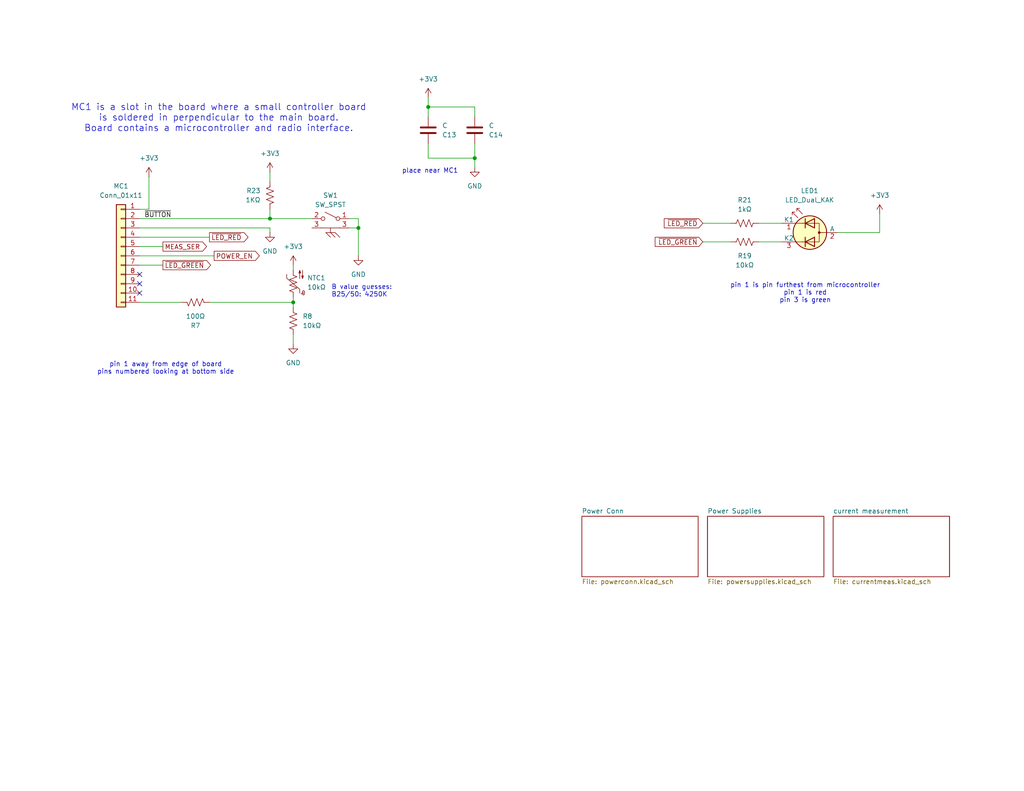
<source format=kicad_sch>
(kicad_sch (version 20250114) (generator "eeschema") (generator_version "9.0")
  (paper "USLetter")
  (title_block (title "sensing and controlling interface") (date "2025-07-25"))
  (lib_symbols
    (symbol "Connector_Generic:Conn_01x11" (pin_names (offset 1.016) (hide yes))
      (property "Reference" "J" (at 0 15.24 0))
      (property "Value" "Conn_01x11" (at 0 -15.24 0))
      (symbol "Conn_01x11_1_1"
        (rectangle (start -1.27 13.97) (end 1.27 -13.97) (stroke (width 0.254)) (fill (type background)))
        (rectangle (start -1.27 12.827) (end 0 12.573) (stroke (width 0.1524)))
        (rectangle (start -1.27 10.287) (end 0 10.033) (stroke (width 0.1524)))
        (rectangle (start -1.27 7.747) (end 0 7.493) (stroke (width 0.1524)))
        (rectangle (start -1.27 5.207) (end 0 4.953) (stroke (width 0.1524)))
        (rectangle (start -1.27 2.667) (end 0 2.413) (stroke (width 0.1524)))
        (rectangle (start -1.27 0.127) (end 0 -0.127) (stroke (width 0.1524)))
        (rectangle (start -1.27 -2.413) (end 0 -2.667) (stroke (width 0.1524)))
        (rectangle (start -1.27 -4.953) (end 0 -5.207) (stroke (width 0.1524)))
        (rectangle (start -1.27 -7.493) (end 0 -7.747) (stroke (width 0.1524)))
        (rectangle (start -1.27 -10.033) (end 0 -10.287) (stroke (width 0.1524)))
        (rectangle (start -1.27 -12.573) (end 0 -12.827) (stroke (width 0.1524)))
        (pin passive line (at -5.08 12.7 0) (length 3.81) (name "Pin_1") (number "1"))
        (pin passive line (at -5.08 10.16 0) (length 3.81) (name "Pin_2") (number "2"))
        (pin passive line (at -5.08 7.62 0) (length 3.81) (name "Pin_3") (number "3"))
        (pin passive line (at -5.08 5.08 0) (length 3.81) (name "Pin_4") (number "4"))
        (pin passive line (at -5.08 2.54 0) (length 3.81) (name "Pin_5") (number "5"))
        (pin passive line (at -5.08 0 0) (length 3.81) (name "Pin_6") (number "6"))
        (pin passive line (at -5.08 -2.54 0) (length 3.81) (name "Pin_7") (number "7"))
        (pin passive line (at -5.08 -5.08 0) (length 3.81) (name "Pin_8") (number "8"))
        (pin passive line (at -5.08 -7.62 0) (length 3.81) (name "Pin_9") (number "9"))
        (pin passive line (at -5.08 -10.16 0) (length 3.81) (name "Pin_10") (number "10"))
        (pin passive line (at -5.08 -12.7 0) (length 3.81) (name "Pin_11") (number "11"))
      )
    )
    (symbol "Device:C" (pin_numbers (hide yes)) (pin_names (offset 0.254))
      (property "Reference" "C" (at 0.635 2.54 0))
      (property "Value" "C" (at 0.635 -2.54 0))
      (symbol "C_0_1"
        (polyline (pts (xy -2.032 0.762) (xy 2.032 0.762)) (stroke (width 0.508)))
        (polyline (pts (xy -2.032 -0.762) (xy 2.032 -0.762)) (stroke (width 0.508)))
      )
      (symbol "C_1_1"
        (pin passive line (at 0 3.81 270) (length 2.794) (name "~") (number "1"))
        (pin passive line (at 0 -3.81 90) (length 2.794) (name "~") (number "2"))
      )
    )
    (symbol "Device:LED_Dual_KAK" (pin_names (offset 0))
      (property "Reference" "D" (at 0 5.715 0))
      (property "Value" "LED_Dual_KAK" (at 0 -6.35 0))
      (symbol "LED_Dual_KAK_0_1"
        (polyline (pts (xy -4.572 0) (xy -2.54 0)))
        (circle (center -2.54 0) (radius 0.2794) (fill (type outline)))
        (polyline (pts (xy -1.27 3.81) (xy -1.27 1.27) (xy 1.27 2.54) (xy -1.27 3.81)) (stroke (width 0.254)))
        (polyline (pts (xy -1.27 -1.27) (xy -1.27 -3.81) (xy 1.27 -2.54) (xy -1.27 -1.27)) (stroke (width 0.254)))
        (circle (center 0 0) (radius 4.572) (stroke (width 0.254)) (fill (type background)))
        (polyline (pts (xy 1.27 3.81) (xy 1.27 1.27)) (stroke (width 0.254)))
        (polyline (pts (xy 1.27 -1.27) (xy 1.27 -3.81)) (stroke (width 0.254)))
        (polyline (pts (xy 2.032 5.08) (xy 3.556 6.604) (xy 2.794 6.604) (xy 3.556 6.604) (xy 3.556 5.842)))
        (polyline (pts (xy 2.032 2.54) (xy -2.54 2.54) (xy -2.54 -2.54) (xy 2.032 -2.54)))
        (polyline (pts (xy 3.302 4.064) (xy 4.826 5.588) (xy 4.064 5.588) (xy 4.826 5.588) (xy 4.826 4.826)))
        (polyline (pts (xy 3.81 2.54) (xy 1.905 2.54)))
        (polyline (pts (xy 3.81 -2.54) (xy 1.905 -2.54)))
      )
      (symbol "LED_Dual_KAK_1_1"
        (pin input line (at -7.62 0 0) (length 3.048) (name "A") (number "2"))
        (pin input line (at 7.62 2.54 180) (length 3.81) (name "K1") (number "1"))
        (pin input line (at 7.62 -2.54 180) (length 3.81) (name "K2") (number "3"))
      )
    )
    (symbol "Device:R_US" (pin_numbers (hide yes)) (pin_names (offset 0))
      (property "Reference" "R" (at 2.54 0 90))
      (property "Value" "R_US" (at -2.54 0 90))
      (symbol "R_US_0_1"
        (polyline (pts (xy 0 2.286) (xy 0 2.54)))
        (polyline (pts (xy 0 2.286) (xy 1.016 1.905) (xy 0 1.524) (xy -1.016 1.143) (xy 0 0.762)))
        (polyline (pts (xy 0 0.762) (xy 1.016 0.381) (xy 0 0) (xy -1.016 -0.381) (xy 0 -0.762)))
        (polyline (pts (xy 0 -0.762) (xy 1.016 -1.143) (xy 0 -1.524) (xy -1.016 -1.905) (xy 0 -2.286)))
        (polyline (pts (xy 0 -2.286) (xy 0 -2.54)))
      )
      (symbol "R_US_1_1"
        (pin passive line (at 0 3.81 270) (length 1.27) (name "~") (number "1"))
        (pin passive line (at 0 -3.81 90) (length 1.27) (name "~") (number "2"))
      )
    )
    (symbol "Device:Thermistor_NTC_US" (pin_numbers (hide yes)) (pin_names (offset 0))
      (property "Reference" "TH" (at -4.445 0 90))
      (property "Value" "Thermistor_NTC_US" (at 3.175 0 90))
      (symbol "Thermistor_NTC_US_0_1"
        (arc (start -3.175 2.413) (mid -3.0506 2.3165) (end -3.048 2.159))
        (arc (start -3.048 2.794) (mid -2.9736 2.9736) (end -2.794 3.048))
        (arc (start -2.794 3.048) (mid -2.6144 2.9736) (end -2.54 2.794))
        (arc (start -2.794 2.54) (mid -2.9736 2.6144) (end -3.048 2.794))
        (arc (start -2.794 1.905) (mid -2.9736 1.9794) (end -3.048 2.159))
        (arc (start -2.54 2.159) (mid -2.6144 1.9794) (end -2.794 1.905))
        (arc (start -2.159 2.794) (mid -2.434 2.5608) (end -2.794 2.54))
        (polyline (pts (xy -2.54 2.159) (xy -2.54 2.794)))
        (polyline (pts (xy -2.54 -3.683) (xy -2.54 -1.397) (xy -2.794 -2.159) (xy -2.286 -2.159) (xy -2.54 -1.397) (xy -2.54 -1.651)) (fill (type outline)))
        (polyline (pts (xy -1.778 2.54) (xy -1.778 1.524) (xy 1.778 -1.524) (xy 1.778 -2.54)))
        (polyline (pts (xy -1.778 -1.397) (xy -1.778 -3.683) (xy -2.032 -2.921) (xy -1.524 -2.921) (xy -1.778 -3.683) (xy -1.778 -3.429)) (fill (type outline)))
        (polyline (pts (xy 0 2.286) (xy 0 2.54)))
        (polyline (pts (xy 0 2.286) (xy 1.016 1.905) (xy 0 1.524) (xy -1.016 1.143) (xy 0 0.762)))
        (polyline (pts (xy 0 0.762) (xy 1.016 0.381) (xy 0 0) (xy -1.016 -0.381) (xy 0 -0.762)))
        (polyline (pts (xy 0 -0.762) (xy 1.016 -1.143) (xy 0 -1.524) (xy -1.016 -1.905) (xy 0 -2.286)))
        (polyline (pts (xy 0 -2.286) (xy 0 -2.54)))
      )
      (symbol "Thermistor_NTC_US_1_1"
        (pin passive line (at 0 3.81 270) (length 1.27) (name "~") (number "1"))
        (pin passive line (at 0 -3.81 90) (length 1.27) (name "~") (number "2"))
      )
    )
    (symbol "merossspecific:SW_SPST_Frame" (pin_names (offset 0) (hide yes))
      (property "Reference" "SW" (at 0 3.175 0))
      (property "Value" "SW_SPST_Frame" (at 0.508 -6.858 0))
      (symbol "SW_SPST_Frame_0_0"
        (circle (center -2.032 0) (radius 0.508))
        (polyline (pts (xy -1.524 0.254) (xy 1.524 1.778)))
        (circle (center 2.032 0) (radius 0.508))
      )
      (symbol "SW_SPST_Frame_0_1"
        (polyline (pts (xy -2.54 -2.54) (xy 2.54 -2.54) (xy 0 -2.54) (xy 0 -3.81) (xy -1.27 -3.81) (xy 1.27 -3.81) (xy -1.27 -3.81) (xy -2.54 -5.08)))
        (polyline (pts (xy 0 -3.81) (xy -1.27 -5.08)))
        (polyline (pts (xy 1.27 -3.81) (xy 0 -5.08)))
        (polyline (pts (xy 1.27 -3.81) (xy 1.27 -3.81)))
      )
      (symbol "SW_SPST_Frame_1_1"
        (pin passive line (at -5.08 0 0) (length 2.54) (name "A") (number "1"))
        (pin passive line (at -5.08 -2.54 0) (length 2.54) (name "") (number "3"))
        (pin passive line (at 5.08 0 180) (length 2.54) (name "B") (number "2"))
        (pin passive line (at 5.08 -2.54 180) (length 2.54) (name "") (number "3"))
      )
    )
    (symbol "power:+3V3" (power) (pin_numbers (hide yes)) (pin_names (offset 0) (hide yes))
      (property "Value" "+3V3" (at 0 3.556 0))
      (symbol "+3V3_0_1"
        (polyline (pts (xy -0.762 1.27) (xy 0 2.54)))
        (polyline (pts (xy 0 2.54) (xy 0.762 1.27)))
        (polyline (pts (xy 0 0) (xy 0 2.54)))
      )
      (symbol "+3V3_1_1"
        (pin power_in line (at 0 0 90) (length 0) (name "~") (number "1"))
      )
    )
    (symbol "power:GND" (power) (pin_numbers (hide yes)) (pin_names (offset 0) (hide yes))
      (property "Value" "GND" (at 0 -3.81 0))
      (symbol "GND_0_1"
        (polyline (pts (xy 0 0) (xy 0 -1.27) (xy 1.27 -1.27) (xy 0 -2.54) (xy -1.27 -1.27) (xy 0 -1.27)))
      )
      (symbol "GND_1_1"
        (pin power_in line (at 0 0 270) (length 0) (name "~") (number "1"))
      )
    )
  )
  (text "place near MC1" (at 117.348 46.736 0) (effects (font (size 1.27 1.27))))
  (text "B value guesses:\nB25/50: 4250K" (at 90.424 79.502 0) (effects (font (size 1.27 1.27)) (justify left)))
  (text "pin 1 away from edge of board\npins numbered looking at bottom side" (at 45.212 100.584 0) (effects (font (size 1.27 1.27))))
  (text "pin 1 is pin furthest from microcontroller\npin 1 is red\npin 3 is green\n" (at 219.71 80.01 0) (effects (font (size 1.27 1.27))))
  (text "MC1 is a slot in the board where a small controller board\nis soldered in perpendicular to the main board.\nBoard contains a microcontroller and radio interface." (at 59.69 32.258 0) (effects (font (size 1.778 1.778))))
  (junction (at 97.79 62.23))
  (junction (at 73.66 59.69))
  (junction (at 129.54 43.18))
  (junction (at 80.01 82.55))
  (junction (at 116.84 29.21))
  (no_connect (at 38.1 77.47))
  (no_connect (at 38.1 80.01))
  (no_connect (at 38.1 74.93))
  (wire (pts (xy 38.1 72.39) (xy 44.45 72.39)))
  (wire (pts (xy 97.79 62.23) (xy 97.79 69.85)))
  (wire (pts (xy 116.84 29.21) (xy 129.54 29.21)))
  (wire (pts (xy 73.66 62.23) (xy 73.66 63.5)))
  (wire (pts (xy 38.1 64.77) (xy 57.15 64.77)))
  (wire (pts (xy 80.01 81.28) (xy 80.01 82.55)))
  (wire (pts (xy 116.84 26.67) (xy 116.84 29.21)))
  (wire (pts (xy 191.77 60.96) (xy 199.39 60.96)))
  (wire (pts (xy 95.25 62.23) (xy 97.79 62.23)))
  (wire (pts (xy 38.1 57.15) (xy 40.64 57.15)))
  (wire (pts (xy 228.6 63.5) (xy 240.03 63.5)))
  (wire (pts (xy 97.79 59.69) (xy 97.79 62.23)))
  (wire (pts (xy 207.01 66.04) (xy 213.36 66.04)))
  (wire (pts (xy 95.25 59.69) (xy 97.79 59.69)))
  (wire (pts (xy 80.01 72.39) (xy 80.01 73.66)))
  (wire (pts (xy 129.54 29.21) (xy 129.54 31.75)))
  (wire (pts (xy 129.54 39.37) (xy 129.54 43.18)))
  (wire (pts (xy 38.1 69.85) (xy 58.42 69.85)))
  (wire (pts (xy 40.64 48.26) (xy 40.64 57.15)))
  (wire (pts (xy 240.03 63.5) (xy 240.03 58.42)))
  (wire (pts (xy 80.01 91.44) (xy 80.01 93.98)))
  (wire (pts (xy 57.15 82.55) (xy 80.01 82.55)))
  (wire (pts (xy 38.1 62.23) (xy 73.66 62.23)))
  (wire (pts (xy 38.1 82.55) (xy 49.53 82.55)))
  (wire (pts (xy 116.84 29.21) (xy 116.84 31.75)))
  (wire (pts (xy 116.84 43.18) (xy 129.54 43.18)))
  (wire (pts (xy 73.66 46.99) (xy 73.66 49.53)))
  (wire (pts (xy 116.84 39.37) (xy 116.84 43.18)))
  (wire (pts (xy 129.54 43.18) (xy 129.54 45.72)))
  (wire (pts (xy 38.1 67.31) (xy 44.45 67.31)))
  (wire (pts (xy 73.66 59.69) (xy 73.66 57.15)))
  (wire (pts (xy 207.01 60.96) (xy 213.36 60.96)))
  (wire (pts (xy 191.77 66.04) (xy 199.39 66.04)))
  (wire (pts (xy 80.01 82.55) (xy 80.01 83.82)))
  (wire (pts (xy 73.66 59.69) (xy 85.09 59.69)))
  (wire (pts (xy 38.1 59.69) (xy 73.66 59.69)))
  (label "~{BUTTON}" (at 39.37 59.69 0))
  (global_label "~{LED_RED}" (shape output) (at 57.15 64.77 0) (property "Intersheetrefs" "${INTERSHEET_REFS}" (effects (hide yes))))
  (global_label "~{LED_GREEN}" (shape input) (at 191.77 66.04 180) (property "Intersheetrefs" "${INTERSHEET_REFS}" (effects (hide yes))))
  (global_label "MEAS_SER" (shape output) (at 44.45 67.31 0) (property "Intersheetrefs" "${INTERSHEET_REFS}" (effects (hide yes))))
  (global_label "~{LED_GREEN}" (shape output) (at 44.45 72.39 0) (property "Intersheetrefs" "${INTERSHEET_REFS}" (effects (hide yes))))
  (global_label "POWER_EN" (shape output) (at 58.42 69.85 0) (property "Intersheetrefs" "${INTERSHEET_REFS}" (effects (hide yes))))
  (global_label "~{LED_RED}" (shape input) (at 191.77 60.96 180) (property "Intersheetrefs" "${INTERSHEET_REFS}" (effects (hide yes))))
  (symbol (lib_id "Device:R_US") (at 80.01 87.63 180) (unit 1)
    (property "Reference" "R8" (at 82.55 86.3599 0) (effects (justify right)))
    (property "Value" "10kΩ" (at 82.55 88.8999 0) (effects (justify right)))
    (property "Footprint" "Resistor_SMD:R_0402_1005Metric" (effects (hide yes)))
    (property "Description" "Resistor, US symbol" (effects (hide yes)))
  )
  (symbol (lib_id "Device:C") (at 129.54 35.56 0) (mirror x) (unit 1)
    (property "Reference" "C14" (at 133.35 36.8301 0) (effects (justify left)))
    (property "Value" "C" (at 133.35 34.2901 0) (effects (justify left)))
    (property "Footprint" "Capacitor_SMD:C_0402_1005Metric" (effects (hide yes)))
    (property "Description" "Unpolarized capacitor" (effects (hide yes)))
  )
  (symbol (lib_id "power:+3V3") (at 240.03 58.42 0) (unit 1)
    (property "Reference" "#PWR014" (effects (hide yes)))
    (property "Value" "+3V3" (at 240.03 53.34 0))
    (property "Description" "Power symbol creates a global label with name \"+3V3\"" (effects (hide yes)))
  )
  (symbol (lib_id "Device:R_US") (at 73.66 53.34 0) (mirror y) (unit 1)
    (property "Reference" "R23" (at 71.12 52.0699 0) (effects (justify left)))
    (property "Value" "1KΩ" (at 71.12 54.6099 0) (effects (justify left)))
    (property "Footprint" "Resistor_SMD:R_0402_1005Metric" (effects (hide yes)))
    (property "Description" "Resistor, US symbol" (effects (hide yes)))
  )
  (symbol (lib_id "power:GND") (at 73.66 63.5 0) (unit 1)
    (property "Reference" "#PWR017" (effects (hide yes)))
    (property "Value" "GND" (at 73.66 68.58 0))
    (property "Description" "Power symbol creates a global label with name \"GND\" , ground" (effects (hide yes)))
  )
  (symbol (lib_id "Device:LED_Dual_KAK") (at 220.98 63.5 0) (mirror y) (unit 1)
    (property "Reference" "LED1" (at 220.9165 52.07 0))
    (property "Value" "LED_Dual_KAK" (at 220.9165 54.61 0))
    (property "Footprint" "LED_THT:LED_D3.0mm-3" (effects (hide yes)))
    (property "Description" "Dual LED, common anode on pin 2" (effects (hide yes)))
  )
  (symbol (lib_id "Device:R_US") (at 203.2 60.96 90) (unit 1)
    (property "Reference" "R21" (at 203.2 54.61 90))
    (property "Value" "1kΩ" (at 203.2 57.15 90))
    (property "Footprint" "Resistor_SMD:R_0402_1005Metric" (effects (hide yes)))
    (property "Description" "Resistor, US symbol" (effects (hide yes)))
  )
  (symbol (lib_id "Connector_Generic:Conn_01x11") (at 33.02 69.85 0) (mirror y) (unit 1)
    (property "Reference" "MC1" (at 33.02 50.8 0))
    (property "Value" "Conn_01x11" (at 33.02 53.34 0))
    (property "Footprint" "HF relays:BoardToBoardInterface_11xP1.00mm" (effects (hide yes)))
    (property "Description" "Generic connector, single row, 01x11, script generated (kicad-library-utils/schlib/autogen/connector/)" (effects (hide yes)))
  )
  (symbol (lib_id "Device:C") (at 116.84 35.56 0) (mirror x) (unit 1)
    (property "Reference" "C13" (at 120.65 36.8301 0) (effects (justify left)))
    (property "Value" "C" (at 120.65 34.2901 0) (effects (justify left)))
    (property "Footprint" "Capacitor_SMD:C_0402_1005Metric" (effects (hide yes)))
    (property "Description" "Unpolarized capacitor" (effects (hide yes)))
  )
  (symbol (lib_id "Device:R_US") (at 53.34 82.55 90) (mirror x) (unit 1)
    (property "Reference" "R7" (at 53.34 88.9 90))
    (property "Value" "100Ω" (at 53.34 86.36 90))
    (property "Footprint" "Resistor_SMD:R_0402_1005Metric" (effects (hide yes)))
    (property "Description" "Resistor, US symbol" (effects (hide yes)))
  )
  (symbol (lib_id "power:+3V3") (at 73.66 46.99 0) (mirror y) (unit 1)
    (property "Reference" "#PWR025" (effects (hide yes)))
    (property "Value" "+3V3" (at 73.66 41.91 0))
    (property "Description" "Power symbol creates a global label with name \"+3V3\"" (effects (hide yes)))
  )
  (symbol (lib_id "merossspecific:SW_SPST_Frame") (at 90.17 59.69 0) (mirror y) (unit 1)
    (property "Reference" "SW1" (at 90.17 53.34 0))
    (property "Value" "SW_SPST" (at 90.17 55.88 0))
    (property "Footprint" "HF relays:SW_SPST_Omron_B3F-315x_Angled" (effects (hide yes)))
    (property "Description" "Single Pole Single Throw (SPST) switch" (effects (hide yes)))
  )
  (symbol (lib_id "power:GND") (at 97.79 69.85 0) (unit 1)
    (property "Reference" "#PWR03" (effects (hide yes)))
    (property "Value" "GND" (at 97.79 74.93 0))
    (property "Description" "Power symbol creates a global label with name \"GND\" , ground" (effects (hide yes)))
  )
  (symbol (lib_id "power:GND") (at 80.01 93.98 0) (unit 1)
    (property "Reference" "#PWR018" (effects (hide yes)))
    (property "Value" "GND" (at 80.01 99.06 0))
    (property "Description" "Power symbol creates a global label with name \"GND\" , ground" (effects (hide yes)))
  )
  (symbol (lib_id "Device:Thermistor_NTC_US") (at 80.01 77.47 180) (unit 1)
    (property "Reference" "NTC1" (at 83.82 75.8824 0) (effects (justify right)))
    (property "Value" "10kΩ" (at 83.82 78.4224 0) (effects (justify right)))
    (property "Footprint" "Resistor_SMD:R_0402_1005Metric" (effects (hide yes)))
    (property "Description" "Temperature dependent resistor, negative temperature coefficient, US symbol" (effects (hide yes)))
  )
  (symbol (lib_id "power:+3V3") (at 80.01 72.39 0) (unit 1)
    (property "Reference" "#PWR016" (effects (hide yes)))
    (property "Value" "+3V3" (at 80.01 67.31 0))
    (property "Description" "Power symbol creates a global label with name \"+3V3\"" (effects (hide yes)))
  )
  (symbol (lib_id "power:GND") (at 129.54 45.72 0) (unit 1)
    (property "Reference" "#PWR020" (effects (hide yes)))
    (property "Value" "GND" (at 129.54 50.8 0))
    (property "Description" "Power symbol creates a global label with name \"GND\" , ground" (effects (hide yes)))
  )
  (symbol (lib_id "power:+3V3") (at 40.64 48.26 0) (mirror y) (unit 1)
    (property "Reference" "#PWR024" (effects (hide yes)))
    (property "Value" "+3V3" (at 40.64 43.18 0))
    (property "Description" "Power symbol creates a global label with name \"+3V3\"" (effects (hide yes)))
  )
  (symbol (lib_id "power:+3V3") (at 116.84 26.67 0) (mirror y) (unit 1)
    (property "Reference" "#PWR015" (effects (hide yes)))
    (property "Value" "+3V3" (at 116.84 21.59 0))
    (property "Description" "Power symbol creates a global label with name \"+3V3\"" (effects (hide yes)))
  )
  (symbol (lib_id "Device:R_US") (at 203.2 66.04 90) (unit 1)
    (property "Reference" "R19" (at 203.2 69.85 90))
    (property "Value" "10kΩ" (at 203.2 72.39 90))
    (property "Footprint" "Resistor_SMD:R_0402_1005Metric" (effects (hide yes)))
    (property "Description" "Resistor, US symbol" (effects (hide yes)))
  )
  (sheet (at 158.75 140.97) (size 31.75 16.51) (stroke (width 0.1524))
    (property "Sheetname" "Power Conn" (at 158.75 140.2584 0) (effects (justify left bottom)))
    (property "Sheetfile" "powerconn.kicad_sch" (at 158.75 158.0646 0) (effects (justify left top)))
  )
  (sheet (at 227.33 140.97) (size 31.75 16.51) (stroke (width 0.1524))
    (property "Sheetname" "current measurement" (at 227.33 140.2584 0) (effects (justify left bottom)))
    (property "Sheetfile" "currentmeas.kicad_sch" (at 227.33 158.0646 0) (effects (justify left top)))
  )
  (sheet (at 193.04 140.97) (size 31.75 16.51) (stroke (width 0.1524))
    (property "Sheetname" "Power Supplies" (at 193.04 140.2584 0) (effects (justify left bottom)))
    (property "Sheetfile" "powersupplies.kicad_sch" (at 193.04 158.0646 0) (effects (justify left top)))
  )
)
</source>
